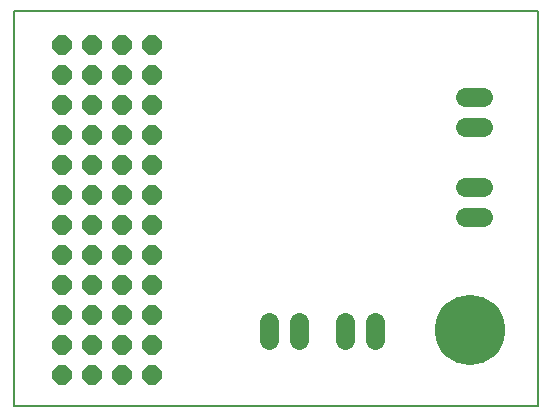
<source format=gbs>
G75*
%MOIN*%
%OFA0B0*%
%FSLAX25Y25*%
%IPPOS*%
%LPD*%
%AMOC8*
5,1,8,0,0,1.08239X$1,22.5*
%
%ADD10C,0.00500*%
%ADD11C,0.06400*%
%ADD12OC8,0.06400*%
%ADD13C,0.23400*%
D10*
X0001250Y0030000D02*
X0001250Y0161850D01*
X0176100Y0161850D01*
X0176100Y0030000D01*
X0001250Y0030000D01*
D11*
X0086250Y0052000D02*
X0086250Y0058000D01*
X0096250Y0058000D02*
X0096250Y0052000D01*
X0111750Y0052000D02*
X0111750Y0058000D01*
X0121750Y0058000D02*
X0121750Y0052000D01*
X0151750Y0093000D02*
X0157750Y0093000D01*
X0157750Y0103000D02*
X0151750Y0103000D01*
X0151750Y0123000D02*
X0157750Y0123000D01*
X0157750Y0133000D02*
X0151750Y0133000D01*
D12*
X0047250Y0130500D03*
X0037250Y0130500D03*
X0027250Y0130500D03*
X0017250Y0130500D03*
X0017250Y0140500D03*
X0027250Y0140500D03*
X0037250Y0140500D03*
X0047250Y0140500D03*
X0047250Y0150500D03*
X0037250Y0150500D03*
X0027250Y0150500D03*
X0017250Y0150500D03*
X0017250Y0120500D03*
X0027250Y0120500D03*
X0037250Y0120500D03*
X0047250Y0120500D03*
X0047250Y0110500D03*
X0037250Y0110500D03*
X0027250Y0110500D03*
X0017250Y0110500D03*
X0017250Y0100500D03*
X0027250Y0100500D03*
X0037250Y0100500D03*
X0047250Y0100500D03*
X0047250Y0090500D03*
X0037250Y0090500D03*
X0027250Y0090500D03*
X0017250Y0090500D03*
X0017250Y0080500D03*
X0027250Y0080500D03*
X0037250Y0080500D03*
X0047250Y0080500D03*
X0047250Y0070500D03*
X0037250Y0070500D03*
X0027250Y0070500D03*
X0017250Y0070500D03*
X0017250Y0060500D03*
X0027250Y0060500D03*
X0037250Y0060500D03*
X0047250Y0060500D03*
X0047250Y0050500D03*
X0037250Y0050500D03*
X0027250Y0050500D03*
X0017250Y0050500D03*
X0017250Y0040500D03*
X0027250Y0040500D03*
X0037250Y0040500D03*
X0047250Y0040500D03*
D13*
X0153250Y0055500D03*
M02*

</source>
